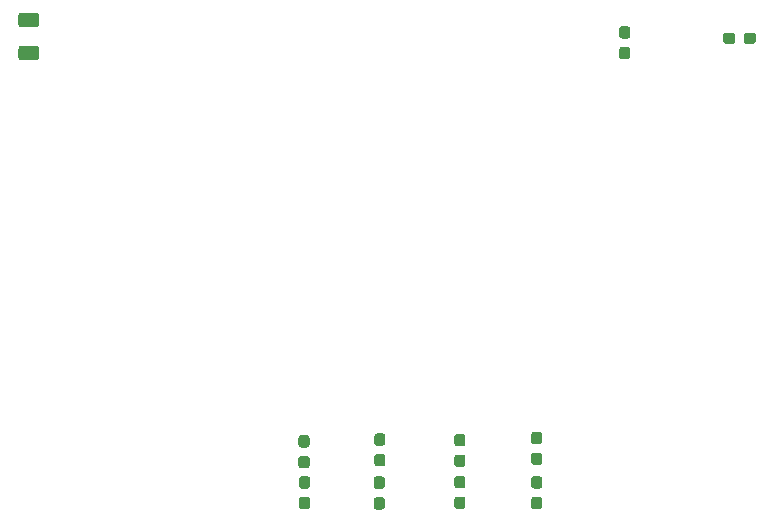
<source format=gbr>
%TF.GenerationSoftware,KiCad,Pcbnew,(5.1.6)-1*%
%TF.CreationDate,2020-09-08T21:04:45+07:00*%
%TF.ProjectId,C21_board,4332315f-626f-4617-9264-2e6b69636164,rev?*%
%TF.SameCoordinates,Original*%
%TF.FileFunction,Paste,Bot*%
%TF.FilePolarity,Positive*%
%FSLAX46Y46*%
G04 Gerber Fmt 4.6, Leading zero omitted, Abs format (unit mm)*
G04 Created by KiCad (PCBNEW (5.1.6)-1) date 2020-09-08 21:04:45*
%MOMM*%
%LPD*%
G01*
G04 APERTURE LIST*
G04 APERTURE END LIST*
%TO.C,C24*%
G36*
G01*
X157487500Y-67750000D02*
X157962500Y-67750000D01*
G75*
G02*
X158200000Y-67987500I0J-237500D01*
G01*
X158200000Y-68562500D01*
G75*
G02*
X157962500Y-68800000I-237500J0D01*
G01*
X157487500Y-68800000D01*
G75*
G02*
X157250000Y-68562500I0J237500D01*
G01*
X157250000Y-67987500D01*
G75*
G02*
X157487500Y-67750000I237500J0D01*
G01*
G37*
G36*
G01*
X157487500Y-66000000D02*
X157962500Y-66000000D01*
G75*
G02*
X158200000Y-66237500I0J-237500D01*
G01*
X158200000Y-66812500D01*
G75*
G02*
X157962500Y-67050000I-237500J0D01*
G01*
X157487500Y-67050000D01*
G75*
G02*
X157250000Y-66812500I0J237500D01*
G01*
X157250000Y-66237500D01*
G75*
G02*
X157487500Y-66000000I237500J0D01*
G01*
G37*
%TD*%
%TO.C,D5*%
G36*
G01*
X107900000Y-66100000D02*
X106650000Y-66100000D01*
G75*
G02*
X106400000Y-65850000I0J250000D01*
G01*
X106400000Y-65100000D01*
G75*
G02*
X106650000Y-64850000I250000J0D01*
G01*
X107900000Y-64850000D01*
G75*
G02*
X108150000Y-65100000I0J-250000D01*
G01*
X108150000Y-65850000D01*
G75*
G02*
X107900000Y-66100000I-250000J0D01*
G01*
G37*
G36*
G01*
X107900000Y-68900000D02*
X106650000Y-68900000D01*
G75*
G02*
X106400000Y-68650000I0J250000D01*
G01*
X106400000Y-67900000D01*
G75*
G02*
X106650000Y-67650000I250000J0D01*
G01*
X107900000Y-67650000D01*
G75*
G02*
X108150000Y-67900000I0J-250000D01*
G01*
X108150000Y-68650000D01*
G75*
G02*
X107900000Y-68900000I-250000J0D01*
G01*
G37*
%TD*%
%TO.C,R13*%
G36*
G01*
X144012500Y-105125000D02*
X143537500Y-105125000D01*
G75*
G02*
X143300000Y-104887500I0J237500D01*
G01*
X143300000Y-104312500D01*
G75*
G02*
X143537500Y-104075000I237500J0D01*
G01*
X144012500Y-104075000D01*
G75*
G02*
X144250000Y-104312500I0J-237500D01*
G01*
X144250000Y-104887500D01*
G75*
G02*
X144012500Y-105125000I-237500J0D01*
G01*
G37*
G36*
G01*
X144012500Y-106875000D02*
X143537500Y-106875000D01*
G75*
G02*
X143300000Y-106637500I0J237500D01*
G01*
X143300000Y-106062500D01*
G75*
G02*
X143537500Y-105825000I237500J0D01*
G01*
X144012500Y-105825000D01*
G75*
G02*
X144250000Y-106062500I0J-237500D01*
G01*
X144250000Y-106637500D01*
G75*
G02*
X144012500Y-106875000I-237500J0D01*
G01*
G37*
%TD*%
%TO.C,R12*%
G36*
G01*
X137187500Y-105175000D02*
X136712500Y-105175000D01*
G75*
G02*
X136475000Y-104937500I0J237500D01*
G01*
X136475000Y-104362500D01*
G75*
G02*
X136712500Y-104125000I237500J0D01*
G01*
X137187500Y-104125000D01*
G75*
G02*
X137425000Y-104362500I0J-237500D01*
G01*
X137425000Y-104937500D01*
G75*
G02*
X137187500Y-105175000I-237500J0D01*
G01*
G37*
G36*
G01*
X137187500Y-106925000D02*
X136712500Y-106925000D01*
G75*
G02*
X136475000Y-106687500I0J237500D01*
G01*
X136475000Y-106112500D01*
G75*
G02*
X136712500Y-105875000I237500J0D01*
G01*
X137187500Y-105875000D01*
G75*
G02*
X137425000Y-106112500I0J-237500D01*
G01*
X137425000Y-106687500D01*
G75*
G02*
X137187500Y-106925000I-237500J0D01*
G01*
G37*
%TD*%
%TO.C,R10*%
G36*
G01*
X150512500Y-105150000D02*
X150037500Y-105150000D01*
G75*
G02*
X149800000Y-104912500I0J237500D01*
G01*
X149800000Y-104337500D01*
G75*
G02*
X150037500Y-104100000I237500J0D01*
G01*
X150512500Y-104100000D01*
G75*
G02*
X150750000Y-104337500I0J-237500D01*
G01*
X150750000Y-104912500D01*
G75*
G02*
X150512500Y-105150000I-237500J0D01*
G01*
G37*
G36*
G01*
X150512500Y-106900000D02*
X150037500Y-106900000D01*
G75*
G02*
X149800000Y-106662500I0J237500D01*
G01*
X149800000Y-106087500D01*
G75*
G02*
X150037500Y-105850000I237500J0D01*
G01*
X150512500Y-105850000D01*
G75*
G02*
X150750000Y-106087500I0J-237500D01*
G01*
X150750000Y-106662500D01*
G75*
G02*
X150512500Y-106900000I-237500J0D01*
G01*
G37*
%TD*%
%TO.C,R2*%
G36*
G01*
X130862500Y-105150000D02*
X130387500Y-105150000D01*
G75*
G02*
X130150000Y-104912500I0J237500D01*
G01*
X130150000Y-104337500D01*
G75*
G02*
X130387500Y-104100000I237500J0D01*
G01*
X130862500Y-104100000D01*
G75*
G02*
X131100000Y-104337500I0J-237500D01*
G01*
X131100000Y-104912500D01*
G75*
G02*
X130862500Y-105150000I-237500J0D01*
G01*
G37*
G36*
G01*
X130862500Y-106900000D02*
X130387500Y-106900000D01*
G75*
G02*
X130150000Y-106662500I0J237500D01*
G01*
X130150000Y-106087500D01*
G75*
G02*
X130387500Y-105850000I237500J0D01*
G01*
X130862500Y-105850000D01*
G75*
G02*
X131100000Y-106087500I0J-237500D01*
G01*
X131100000Y-106662500D01*
G75*
G02*
X130862500Y-106900000I-237500J0D01*
G01*
G37*
%TD*%
%TO.C,C18*%
G36*
G01*
X144012500Y-101575000D02*
X143537500Y-101575000D01*
G75*
G02*
X143300000Y-101337500I0J237500D01*
G01*
X143300000Y-100762500D01*
G75*
G02*
X143537500Y-100525000I237500J0D01*
G01*
X144012500Y-100525000D01*
G75*
G02*
X144250000Y-100762500I0J-237500D01*
G01*
X144250000Y-101337500D01*
G75*
G02*
X144012500Y-101575000I-237500J0D01*
G01*
G37*
G36*
G01*
X144012500Y-103325000D02*
X143537500Y-103325000D01*
G75*
G02*
X143300000Y-103087500I0J237500D01*
G01*
X143300000Y-102512500D01*
G75*
G02*
X143537500Y-102275000I237500J0D01*
G01*
X144012500Y-102275000D01*
G75*
G02*
X144250000Y-102512500I0J-237500D01*
G01*
X144250000Y-103087500D01*
G75*
G02*
X144012500Y-103325000I-237500J0D01*
G01*
G37*
%TD*%
%TO.C,C17*%
G36*
G01*
X137237500Y-101525000D02*
X136762500Y-101525000D01*
G75*
G02*
X136525000Y-101287500I0J237500D01*
G01*
X136525000Y-100712500D01*
G75*
G02*
X136762500Y-100475000I237500J0D01*
G01*
X137237500Y-100475000D01*
G75*
G02*
X137475000Y-100712500I0J-237500D01*
G01*
X137475000Y-101287500D01*
G75*
G02*
X137237500Y-101525000I-237500J0D01*
G01*
G37*
G36*
G01*
X137237500Y-103275000D02*
X136762500Y-103275000D01*
G75*
G02*
X136525000Y-103037500I0J237500D01*
G01*
X136525000Y-102462500D01*
G75*
G02*
X136762500Y-102225000I237500J0D01*
G01*
X137237500Y-102225000D01*
G75*
G02*
X137475000Y-102462500I0J-237500D01*
G01*
X137475000Y-103037500D01*
G75*
G02*
X137237500Y-103275000I-237500J0D01*
G01*
G37*
%TD*%
%TO.C,C15*%
G36*
G01*
X167100000Y-66787500D02*
X167100000Y-67262500D01*
G75*
G02*
X166862500Y-67500000I-237500J0D01*
G01*
X166287500Y-67500000D01*
G75*
G02*
X166050000Y-67262500I0J237500D01*
G01*
X166050000Y-66787500D01*
G75*
G02*
X166287500Y-66550000I237500J0D01*
G01*
X166862500Y-66550000D01*
G75*
G02*
X167100000Y-66787500I0J-237500D01*
G01*
G37*
G36*
G01*
X168850000Y-66787500D02*
X168850000Y-67262500D01*
G75*
G02*
X168612500Y-67500000I-237500J0D01*
G01*
X168037500Y-67500000D01*
G75*
G02*
X167800000Y-67262500I0J237500D01*
G01*
X167800000Y-66787500D01*
G75*
G02*
X168037500Y-66550000I237500J0D01*
G01*
X168612500Y-66550000D01*
G75*
G02*
X168850000Y-66787500I0J-237500D01*
G01*
G37*
%TD*%
%TO.C,C14*%
G36*
G01*
X150512500Y-101400000D02*
X150037500Y-101400000D01*
G75*
G02*
X149800000Y-101162500I0J237500D01*
G01*
X149800000Y-100587500D01*
G75*
G02*
X150037500Y-100350000I237500J0D01*
G01*
X150512500Y-100350000D01*
G75*
G02*
X150750000Y-100587500I0J-237500D01*
G01*
X150750000Y-101162500D01*
G75*
G02*
X150512500Y-101400000I-237500J0D01*
G01*
G37*
G36*
G01*
X150512500Y-103150000D02*
X150037500Y-103150000D01*
G75*
G02*
X149800000Y-102912500I0J237500D01*
G01*
X149800000Y-102337500D01*
G75*
G02*
X150037500Y-102100000I237500J0D01*
G01*
X150512500Y-102100000D01*
G75*
G02*
X150750000Y-102337500I0J-237500D01*
G01*
X150750000Y-102912500D01*
G75*
G02*
X150512500Y-103150000I-237500J0D01*
G01*
G37*
%TD*%
%TO.C,C3*%
G36*
G01*
X130812500Y-101675000D02*
X130337500Y-101675000D01*
G75*
G02*
X130100000Y-101437500I0J237500D01*
G01*
X130100000Y-100862500D01*
G75*
G02*
X130337500Y-100625000I237500J0D01*
G01*
X130812500Y-100625000D01*
G75*
G02*
X131050000Y-100862500I0J-237500D01*
G01*
X131050000Y-101437500D01*
G75*
G02*
X130812500Y-101675000I-237500J0D01*
G01*
G37*
G36*
G01*
X130812500Y-103425000D02*
X130337500Y-103425000D01*
G75*
G02*
X130100000Y-103187500I0J237500D01*
G01*
X130100000Y-102612500D01*
G75*
G02*
X130337500Y-102375000I237500J0D01*
G01*
X130812500Y-102375000D01*
G75*
G02*
X131050000Y-102612500I0J-237500D01*
G01*
X131050000Y-103187500D01*
G75*
G02*
X130812500Y-103425000I-237500J0D01*
G01*
G37*
%TD*%
M02*

</source>
